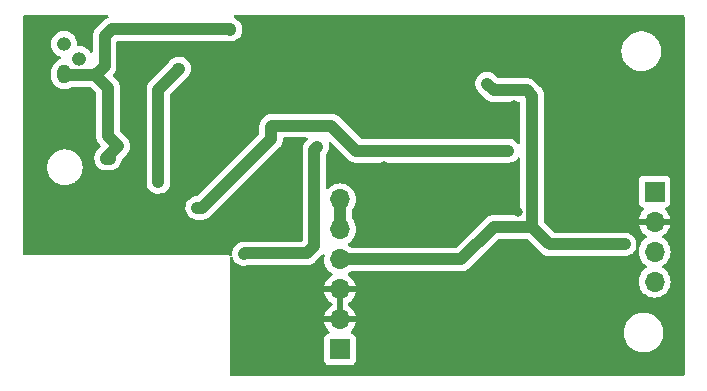
<source format=gbr>
%TF.GenerationSoftware,KiCad,Pcbnew,7.0.8*%
%TF.CreationDate,2025-06-05T10:18:12-04:00*%
%TF.ProjectId,happless,68617070-6c65-4737-932e-6b696361645f,rev?*%
%TF.SameCoordinates,Original*%
%TF.FileFunction,Copper,L2,Bot*%
%TF.FilePolarity,Positive*%
%FSLAX46Y46*%
G04 Gerber Fmt 4.6, Leading zero omitted, Abs format (unit mm)*
G04 Created by KiCad (PCBNEW 7.0.8) date 2025-06-05 10:18:12*
%MOMM*%
%LPD*%
G01*
G04 APERTURE LIST*
%TA.AperFunction,ComponentPad*%
%ADD10O,1.200000X1.600000*%
%TD*%
%TA.AperFunction,ComponentPad*%
%ADD11O,1.200000X1.200000*%
%TD*%
%TA.AperFunction,ComponentPad*%
%ADD12R,1.700000X1.700000*%
%TD*%
%TA.AperFunction,ComponentPad*%
%ADD13O,1.700000X1.700000*%
%TD*%
%TA.AperFunction,ViaPad*%
%ADD14C,0.800000*%
%TD*%
%TA.AperFunction,Conductor*%
%ADD15C,1.000000*%
%TD*%
G04 APERTURE END LIST*
D10*
%TO.P,Q1,1,C*%
%TO.N,VCC*%
X86817200Y-73761600D03*
D11*
%TO.P,Q1,2,B*%
%TO.N,unconnected-(Q1-B-Pad2)*%
X88087200Y-72491600D03*
%TO.P,Q1,3,E*%
%TO.N,Net-(Q1-E)*%
X86817200Y-71221600D03*
%TD*%
D12*
%TO.P,J2,1,Pin_1*%
%TO.N,+5V*%
X110185200Y-97078800D03*
D13*
%TO.P,J2,2,Pin_2*%
%TO.N,GND*%
X110185200Y-94538800D03*
%TO.P,J2,3,Pin_3*%
X110185200Y-91998800D03*
%TO.P,J2,4,Pin_4*%
%TO.N,OPTICAL_SIGNAL*%
X110185200Y-89458800D03*
%TO.P,J2,5,Pin_5*%
%TO.N,TRIGGER_SIGNAL*%
X110185200Y-86918800D03*
%TO.P,J2,6,Pin_6*%
X110185200Y-84378800D03*
%TD*%
D12*
%TO.P,J1,1,Pin_1*%
%TO.N,+5V*%
X136804400Y-83718400D03*
D13*
%TO.P,J1,2,Pin_2*%
%TO.N,GND*%
X136804400Y-86258400D03*
%TO.P,J1,3,Pin_3*%
%TO.N,OPTICAL_SIGNAL*%
X136804400Y-88798400D03*
%TO.P,J1,4,Pin_4*%
%TO.N,TRIGGER_SIGNAL*%
X136804400Y-91338400D03*
%TD*%
D14*
%TO.N,VCC*%
X100888800Y-70104000D03*
X91389200Y-79857600D03*
%TO.N,GND*%
X129286000Y-74879200D03*
X113792000Y-76454000D03*
X124917200Y-76352400D03*
X108000800Y-94335600D03*
X113893600Y-81534000D03*
X109829600Y-72948800D03*
X107950000Y-91998800D03*
X112318800Y-94538800D03*
X95046800Y-71882000D03*
X98196400Y-73304400D03*
X102108000Y-73355200D03*
X99314000Y-76149200D03*
X112217200Y-91998800D03*
X96164400Y-75692000D03*
X114198400Y-72948800D03*
X126949200Y-72948800D03*
X131470400Y-72898000D03*
X125272800Y-85445600D03*
X106121200Y-72898000D03*
%TO.N,Net-(Q2-C)*%
X96469200Y-73355200D03*
X94792800Y-82905600D03*
%TO.N,+5V*%
X102044200Y-89001600D03*
X108254800Y-79908400D03*
%TO.N,OPTICAL_SIGNAL*%
X134366000Y-88239600D03*
X122631200Y-74574400D03*
%TO.N,OPTO_CIRCUIT_OUT*%
X98094800Y-85090000D03*
X104343200Y-78232000D03*
X124409200Y-80264000D03*
%TD*%
D15*
%TO.N,VCC*%
X90017600Y-73304400D02*
X89458800Y-73863200D01*
X100888800Y-70002400D02*
X100838000Y-69951600D01*
X90246200Y-73075800D02*
X90017600Y-73304400D01*
X91389200Y-79857600D02*
X90373200Y-80873600D01*
X100838000Y-69951600D02*
X90881200Y-69951600D01*
X90678000Y-80568800D02*
X91389200Y-79857600D01*
X90525600Y-74930000D02*
X89458800Y-73863200D01*
X90373200Y-80873600D02*
X90373200Y-80924400D01*
X86918800Y-73863200D02*
X86817200Y-73761600D01*
X91389200Y-79857600D02*
X90525600Y-78994000D01*
X90525600Y-78994000D02*
X90525600Y-74930000D01*
X90246200Y-70586600D02*
X90246200Y-73075800D01*
X90678000Y-80924400D02*
X90678000Y-80568800D01*
X90881200Y-69951600D02*
X90246200Y-70586600D01*
X89458800Y-73863200D02*
X86918800Y-73863200D01*
%TO.N,Net-(Q2-C)*%
X96469200Y-73355200D02*
X96520000Y-73355200D01*
X96520000Y-73355200D02*
X96570800Y-73304400D01*
X94792800Y-75082400D02*
X96469200Y-73406000D01*
X94792800Y-82905600D02*
X94792800Y-75082400D01*
X96469200Y-73406000D02*
X96469200Y-73355200D01*
%TO.N,+5V*%
X107340400Y-88950800D02*
X108000800Y-88290400D01*
X108000800Y-88290400D02*
X108000800Y-80162400D01*
X102044200Y-89001600D02*
X102095000Y-88950800D01*
X102095000Y-88950800D02*
X107340400Y-88950800D01*
X108000800Y-80162400D02*
X108254800Y-79908400D01*
%TO.N,OPTICAL_SIGNAL*%
X126441200Y-86715600D02*
X127762000Y-88036400D01*
X127762000Y-88036400D02*
X127914400Y-88188800D01*
X127914400Y-88188800D02*
X134264400Y-88188800D01*
X110185200Y-89458800D02*
X120446800Y-89458800D01*
X123190000Y-75133200D02*
X125984000Y-75133200D01*
X123190000Y-86715600D02*
X126441200Y-86715600D01*
X125984000Y-75133200D02*
X126441200Y-75590400D01*
X120446800Y-89458800D02*
X123190000Y-86715600D01*
X122631200Y-74574400D02*
X123190000Y-75133200D01*
X126441200Y-79298800D02*
X126441200Y-86715600D01*
X126441200Y-75590400D02*
X126441200Y-79298800D01*
%TO.N,TRIGGER_SIGNAL*%
X110185200Y-86918800D02*
X110185200Y-84378800D01*
%TO.N,OPTO_CIRCUIT_OUT*%
X98501200Y-85090000D02*
X104343200Y-79248000D01*
X111556800Y-80264000D02*
X124409200Y-80264000D01*
X104444800Y-78130400D02*
X109423200Y-78130400D01*
X104343200Y-78232000D02*
X104444800Y-78130400D01*
X104343200Y-79248000D02*
X104343200Y-78232000D01*
X109423200Y-78130400D02*
X111556800Y-80264000D01*
X98094800Y-85090000D02*
X98501200Y-85090000D01*
%TD*%
%TA.AperFunction,Conductor*%
%TO.N,GND*%
G36*
X90519081Y-68803385D02*
G01*
X90564836Y-68856189D01*
X90574780Y-68925347D01*
X90545755Y-68988903D01*
X90489166Y-69026012D01*
X90484616Y-69027439D01*
X90484612Y-69027441D01*
X90454585Y-69044106D01*
X90447493Y-69047474D01*
X90415583Y-69060221D01*
X90364354Y-69093983D01*
X90360326Y-69096424D01*
X90306702Y-69126188D01*
X90306699Y-69126190D01*
X90280627Y-69148570D01*
X90274360Y-69153295D01*
X90245682Y-69172198D01*
X90245675Y-69172203D01*
X90202316Y-69215562D01*
X90198861Y-69218764D01*
X90152306Y-69258732D01*
X90152305Y-69258733D01*
X90131276Y-69285900D01*
X90126084Y-69291794D01*
X89547732Y-69870146D01*
X89483146Y-69931542D01*
X89448099Y-69981894D01*
X89445262Y-69985656D01*
X89406502Y-70033192D01*
X89406499Y-70033197D01*
X89390592Y-70063647D01*
X89386524Y-70070361D01*
X89366902Y-70098554D01*
X89342709Y-70154930D01*
X89340688Y-70159184D01*
X89312291Y-70213551D01*
X89312290Y-70213552D01*
X89302840Y-70246575D01*
X89300207Y-70253971D01*
X89286659Y-70285543D01*
X89274313Y-70345619D01*
X89273190Y-70350195D01*
X89256313Y-70409177D01*
X89256313Y-70409179D01*
X89253703Y-70443441D01*
X89252614Y-70451208D01*
X89247311Y-70477018D01*
X89245700Y-70484858D01*
X89245700Y-70546197D01*
X89245521Y-70550906D01*
X89240862Y-70612074D01*
X89242907Y-70628127D01*
X89245203Y-70646160D01*
X89245700Y-70653988D01*
X89245700Y-71829586D01*
X89226015Y-71896625D01*
X89173211Y-71942380D01*
X89104053Y-71952324D01*
X89040497Y-71923299D01*
X89022746Y-71904313D01*
X88903962Y-71747019D01*
X88753241Y-71609619D01*
X88753239Y-71609617D01*
X88579842Y-71502255D01*
X88579835Y-71502251D01*
X88442335Y-71448984D01*
X88389656Y-71428576D01*
X88189176Y-71391100D01*
X88042730Y-71391100D01*
X87975691Y-71371415D01*
X87929936Y-71318611D01*
X87919259Y-71255659D01*
X87922415Y-71221600D01*
X87922415Y-71221599D01*
X87903597Y-71018517D01*
X87847782Y-70822350D01*
X87843121Y-70812990D01*
X87775197Y-70676579D01*
X87756873Y-70639779D01*
X87633964Y-70477021D01*
X87633962Y-70477018D01*
X87483241Y-70339619D01*
X87483239Y-70339617D01*
X87309842Y-70232255D01*
X87309835Y-70232251D01*
X87190606Y-70186062D01*
X87119656Y-70158576D01*
X86919176Y-70121100D01*
X86715224Y-70121100D01*
X86514744Y-70158576D01*
X86514741Y-70158576D01*
X86514741Y-70158577D01*
X86324564Y-70232251D01*
X86324557Y-70232255D01*
X86151160Y-70339617D01*
X86151158Y-70339619D01*
X86000437Y-70477018D01*
X85877527Y-70639778D01*
X85786622Y-70822339D01*
X85786617Y-70822352D01*
X85730802Y-71018517D01*
X85711985Y-71221599D01*
X85711985Y-71221600D01*
X85730802Y-71424682D01*
X85786617Y-71620847D01*
X85786622Y-71620860D01*
X85877527Y-71803421D01*
X86000437Y-71966181D01*
X86151158Y-72103580D01*
X86151160Y-72103582D01*
X86250341Y-72164992D01*
X86324563Y-72210948D01*
X86491843Y-72275752D01*
X86547244Y-72318325D01*
X86570835Y-72384092D01*
X86555124Y-72452172D01*
X86505100Y-72500951D01*
X86476285Y-72511883D01*
X86455627Y-72516894D01*
X86455617Y-72516898D01*
X86264456Y-72604198D01*
X86264451Y-72604201D01*
X86093246Y-72726115D01*
X86093240Y-72726120D01*
X85948214Y-72878220D01*
X85834588Y-73055025D01*
X85756474Y-73250144D01*
X85717933Y-73450117D01*
X85716700Y-73456515D01*
X85716700Y-74014025D01*
X85731672Y-74170818D01*
X85754231Y-74247648D01*
X85785898Y-74355496D01*
X85790884Y-74372475D01*
X85856594Y-74499936D01*
X85887191Y-74559286D01*
X86017105Y-74724483D01*
X86017109Y-74724487D01*
X86175946Y-74862121D01*
X86357950Y-74967201D01*
X86357952Y-74967201D01*
X86357956Y-74967204D01*
X86556567Y-75035944D01*
X86764598Y-75065854D01*
X86974530Y-75055854D01*
X87178776Y-75006304D01*
X87291383Y-74954878D01*
X87369943Y-74919001D01*
X87369947Y-74918998D01*
X87369953Y-74918996D01*
X87396603Y-74900019D01*
X87415319Y-74886692D01*
X87481346Y-74863840D01*
X87487245Y-74863700D01*
X88993017Y-74863700D01*
X89060056Y-74883385D01*
X89080698Y-74900019D01*
X89488781Y-75308101D01*
X89522266Y-75369424D01*
X89525100Y-75395782D01*
X89525100Y-78981283D01*
X89522843Y-79070362D01*
X89522843Y-79070370D01*
X89533664Y-79130739D01*
X89534318Y-79135404D01*
X89540525Y-79196430D01*
X89540527Y-79196444D01*
X89550808Y-79229213D01*
X89552679Y-79236837D01*
X89558742Y-79270652D01*
X89558742Y-79270655D01*
X89581494Y-79327612D01*
X89583074Y-79332051D01*
X89601441Y-79390588D01*
X89601444Y-79390595D01*
X89618109Y-79420619D01*
X89621479Y-79427714D01*
X89634222Y-79459614D01*
X89634227Y-79459624D01*
X89653277Y-79488528D01*
X89665675Y-79507341D01*
X89667977Y-79510833D01*
X89670418Y-79514863D01*
X89700188Y-79568498D01*
X89700189Y-79568499D01*
X89700191Y-79568502D01*
X89722568Y-79594567D01*
X89727293Y-79600835D01*
X89746199Y-79629520D01*
X89746200Y-79629522D01*
X89789565Y-79672887D01*
X89792768Y-79676343D01*
X89832733Y-79722894D01*
X89859899Y-79743923D01*
X89865786Y-79749107D01*
X89880916Y-79764237D01*
X89886597Y-79769918D01*
X89920082Y-79831241D01*
X89915098Y-79900933D01*
X89886598Y-79945280D01*
X89674731Y-80157148D01*
X89610149Y-80218538D01*
X89610146Y-80218542D01*
X89575099Y-80268894D01*
X89572262Y-80272656D01*
X89533502Y-80320192D01*
X89533499Y-80320197D01*
X89517592Y-80350647D01*
X89513524Y-80357361D01*
X89493902Y-80385554D01*
X89469709Y-80441930D01*
X89467688Y-80446184D01*
X89439291Y-80500551D01*
X89439290Y-80500552D01*
X89429840Y-80533575D01*
X89427207Y-80540971D01*
X89413659Y-80572543D01*
X89401313Y-80632619D01*
X89400190Y-80637195D01*
X89383313Y-80696177D01*
X89383313Y-80696179D01*
X89380703Y-80730441D01*
X89379614Y-80738208D01*
X89374180Y-80764652D01*
X89372700Y-80771858D01*
X89372700Y-80833197D01*
X89372521Y-80837906D01*
X89367862Y-80899074D01*
X89368529Y-80904306D01*
X89372203Y-80933160D01*
X89372700Y-80940988D01*
X89372700Y-80975143D01*
X89388125Y-81126839D01*
X89449037Y-81320979D01*
X89449044Y-81320994D01*
X89547789Y-81498899D01*
X89547792Y-81498904D01*
X89680332Y-81653293D01*
X89680334Y-81653295D01*
X89841237Y-81777845D01*
X89841238Y-81777845D01*
X89841242Y-81777848D01*
X90023929Y-81867460D01*
X90220915Y-81918463D01*
X90424136Y-81928769D01*
X90489789Y-81918711D01*
X90519405Y-81918712D01*
X90519434Y-81918144D01*
X90525712Y-81918462D01*
X90525715Y-81918463D01*
X90728936Y-81928769D01*
X90930071Y-81897956D01*
X91120887Y-81827286D01*
X91293571Y-81719652D01*
X91441053Y-81579459D01*
X91557295Y-81412449D01*
X91637540Y-81225458D01*
X91678500Y-81026141D01*
X91678500Y-81026135D01*
X91678891Y-81022290D01*
X91679699Y-81020306D01*
X91679766Y-81019981D01*
X91679826Y-81019993D01*
X91705253Y-80957584D01*
X91714567Y-80947153D01*
X92077640Y-80584079D01*
X92079866Y-80581962D01*
X92135413Y-80531779D01*
X92179698Y-80471468D01*
X92181578Y-80469038D01*
X92228898Y-80411007D01*
X92236358Y-80396723D01*
X92246318Y-80380743D01*
X92255849Y-80367767D01*
X92287094Y-80299762D01*
X92288471Y-80296958D01*
X92323109Y-80230649D01*
X92327539Y-80215163D01*
X92334082Y-80197500D01*
X92338505Y-80187874D01*
X92340805Y-80182869D01*
X92357721Y-80109969D01*
X92358496Y-80106977D01*
X92379087Y-80035018D01*
X92380309Y-80018952D01*
X92383160Y-80000349D01*
X92386803Y-79984654D01*
X92388698Y-79909847D01*
X92388857Y-79906711D01*
X92390668Y-79882924D01*
X92394537Y-79832123D01*
X92394237Y-79829771D01*
X92392503Y-79816156D01*
X92391548Y-79797342D01*
X92391957Y-79781237D01*
X92383666Y-79734984D01*
X92378758Y-79707599D01*
X92378282Y-79704492D01*
X92375122Y-79679681D01*
X92368830Y-79630272D01*
X92363618Y-79615027D01*
X92358898Y-79596798D01*
X92356058Y-79580947D01*
X92328288Y-79511426D01*
X92327224Y-79508553D01*
X92303016Y-79437728D01*
X92294845Y-79423847D01*
X92286555Y-79406946D01*
X92280578Y-79391983D01*
X92275781Y-79384705D01*
X92239417Y-79329528D01*
X92237755Y-79326862D01*
X92199791Y-79262373D01*
X92199789Y-79262371D01*
X92188990Y-79250418D01*
X92177460Y-79235523D01*
X92168602Y-79222082D01*
X92142950Y-79196430D01*
X92115703Y-79169183D01*
X92113559Y-79166927D01*
X92063380Y-79111386D01*
X92050390Y-79101848D01*
X92036101Y-79089581D01*
X91562419Y-78615899D01*
X91528934Y-78554576D01*
X91526100Y-78528218D01*
X91526100Y-75107874D01*
X93787462Y-75107874D01*
X93789507Y-75123927D01*
X93791803Y-75141960D01*
X93792300Y-75149788D01*
X93792300Y-82956343D01*
X93807725Y-83108039D01*
X93868637Y-83302179D01*
X93868644Y-83302194D01*
X93967389Y-83480099D01*
X93967392Y-83480104D01*
X94099932Y-83634493D01*
X94099934Y-83634495D01*
X94260837Y-83759045D01*
X94260838Y-83759045D01*
X94260842Y-83759048D01*
X94443529Y-83848660D01*
X94640515Y-83899663D01*
X94843736Y-83909969D01*
X95044871Y-83879156D01*
X95235687Y-83808486D01*
X95408371Y-83700852D01*
X95555853Y-83560659D01*
X95672095Y-83393649D01*
X95752340Y-83206658D01*
X95793300Y-83007341D01*
X95793300Y-75548183D01*
X95812985Y-75481144D01*
X95829619Y-75460502D01*
X97167687Y-74122433D01*
X97177595Y-74113015D01*
X97217074Y-74075486D01*
X97219383Y-74073400D01*
X97248895Y-74048066D01*
X97269923Y-74020898D01*
X97275109Y-74015009D01*
X97314140Y-73975980D01*
X97410498Y-73857807D01*
X97504709Y-73677449D01*
X97560687Y-73481818D01*
X97573604Y-73312187D01*
X97576137Y-73278925D01*
X97576137Y-73278922D01*
X97550431Y-73077078D01*
X97550430Y-73077076D01*
X97550430Y-73077072D01*
X97484616Y-72884528D01*
X97462043Y-72846183D01*
X97381393Y-72709178D01*
X97381392Y-72709177D01*
X97381390Y-72709173D01*
X97244979Y-72558187D01*
X97235758Y-72551416D01*
X97080971Y-72437753D01*
X97080964Y-72437749D01*
X96896074Y-72352797D01*
X96896061Y-72352792D01*
X96697854Y-72306797D01*
X96494442Y-72301642D01*
X96294151Y-72337540D01*
X96294145Y-72337542D01*
X96105180Y-72413024D01*
X96096800Y-72418546D01*
X96077485Y-72428949D01*
X96072615Y-72431039D01*
X96058524Y-72438860D01*
X96041419Y-72446719D01*
X96026315Y-72452313D01*
X96026308Y-72452316D01*
X95962826Y-72491885D01*
X95960119Y-72493478D01*
X95894706Y-72529785D01*
X95894699Y-72529790D01*
X95882478Y-72540281D01*
X95867314Y-72551416D01*
X95853630Y-72559946D01*
X95853627Y-72559949D01*
X95799400Y-72611495D01*
X95797070Y-72613600D01*
X95740308Y-72662329D01*
X95740302Y-72662336D01*
X95730443Y-72675072D01*
X95717831Y-72689032D01*
X95706149Y-72700138D01*
X95706148Y-72700139D01*
X95663415Y-72761535D01*
X95661556Y-72764065D01*
X95615751Y-72823242D01*
X95608653Y-72837712D01*
X95599104Y-72853933D01*
X95588825Y-72868702D01*
X95574730Y-72885548D01*
X94094332Y-74365946D01*
X94029746Y-74427342D01*
X93994699Y-74477694D01*
X93991862Y-74481456D01*
X93953102Y-74528992D01*
X93953099Y-74528997D01*
X93937192Y-74559447D01*
X93933124Y-74566161D01*
X93913502Y-74594354D01*
X93889309Y-74650730D01*
X93887288Y-74654984D01*
X93858891Y-74709351D01*
X93858890Y-74709352D01*
X93849440Y-74742375D01*
X93846807Y-74749771D01*
X93833259Y-74781343D01*
X93820913Y-74841419D01*
X93819790Y-74845995D01*
X93802913Y-74904977D01*
X93802913Y-74904979D01*
X93800303Y-74939241D01*
X93799214Y-74947008D01*
X93795065Y-74967204D01*
X93792300Y-74980658D01*
X93792300Y-75041997D01*
X93792121Y-75046706D01*
X93787462Y-75107874D01*
X91526100Y-75107874D01*
X91526100Y-74942683D01*
X91528357Y-74853642D01*
X91528356Y-74853641D01*
X91528357Y-74853637D01*
X91517533Y-74793249D01*
X91516880Y-74788587D01*
X91510674Y-74727563D01*
X91509709Y-74724487D01*
X91500384Y-74694768D01*
X91498517Y-74687155D01*
X91492458Y-74653347D01*
X91492457Y-74653345D01*
X91491412Y-74650730D01*
X91469700Y-74596374D01*
X91468121Y-74591938D01*
X91459019Y-74562928D01*
X91449759Y-74533412D01*
X91449758Y-74533410D01*
X91449757Y-74533407D01*
X91433088Y-74503378D01*
X91429717Y-74496278D01*
X91423796Y-74481456D01*
X91416977Y-74464383D01*
X91383220Y-74413163D01*
X91380780Y-74409134D01*
X91360430Y-74372472D01*
X91351009Y-74355498D01*
X91351007Y-74355495D01*
X91328633Y-74329434D01*
X91323902Y-74323159D01*
X91305002Y-74294481D01*
X91261612Y-74251091D01*
X91258422Y-74247648D01*
X91218467Y-74201106D01*
X91218463Y-74201102D01*
X91191298Y-74180074D01*
X91185403Y-74174882D01*
X90961853Y-73951332D01*
X90928368Y-73890009D01*
X90933352Y-73820317D01*
X90964102Y-73773777D01*
X91009253Y-73730859D01*
X91044299Y-73680506D01*
X91047138Y-73676741D01*
X91050812Y-73672235D01*
X91085898Y-73629207D01*
X91101801Y-73598760D01*
X91105874Y-73592039D01*
X91111113Y-73584512D01*
X91125495Y-73563849D01*
X91149692Y-73507460D01*
X91151698Y-73503235D01*
X91180109Y-73448849D01*
X91189557Y-73415822D01*
X91192188Y-73408433D01*
X91205740Y-73376858D01*
X91218095Y-73316730D01*
X91219199Y-73312229D01*
X91236086Y-73253218D01*
X91238694Y-73218957D01*
X91239785Y-73211189D01*
X91246700Y-73177543D01*
X91246700Y-73116198D01*
X91246879Y-73111488D01*
X91251537Y-73050324D01*
X91247197Y-73016242D01*
X91246700Y-73008403D01*
X91246700Y-71831204D01*
X134005202Y-71831204D01*
X134023967Y-72081619D01*
X134077994Y-72318325D01*
X134079848Y-72326447D01*
X134129192Y-72452172D01*
X134171594Y-72560211D01*
X134171593Y-72560211D01*
X134230556Y-72662336D01*
X134297155Y-72777689D01*
X134423617Y-72936267D01*
X134453731Y-72974029D01*
X134606954Y-73116198D01*
X134637814Y-73144832D01*
X134845301Y-73286294D01*
X134845306Y-73286296D01*
X134845307Y-73286297D01*
X134845308Y-73286298D01*
X134965470Y-73344164D01*
X135071555Y-73395252D01*
X135112549Y-73407897D01*
X135115203Y-73408783D01*
X135118375Y-73409922D01*
X135118389Y-73409929D01*
X135121784Y-73410862D01*
X135125243Y-73411813D01*
X135311523Y-73469273D01*
X135334326Y-73472709D01*
X135358411Y-73476339D01*
X135365595Y-73477862D01*
X135366026Y-73477981D01*
X135366031Y-73477981D01*
X135366033Y-73477982D01*
X135369625Y-73478396D01*
X135380010Y-73479595D01*
X135559839Y-73506700D01*
X135611219Y-73506700D01*
X135618333Y-73507108D01*
X135621149Y-73507434D01*
X135639400Y-73506734D01*
X135640299Y-73506700D01*
X135810961Y-73506700D01*
X135865767Y-73498439D01*
X135872617Y-73497794D01*
X135877777Y-73497597D01*
X135900152Y-73493256D01*
X136059279Y-73469272D01*
X136116133Y-73451734D01*
X136122592Y-73450117D01*
X136129897Y-73448701D01*
X136152537Y-73440569D01*
X136155060Y-73439727D01*
X136299245Y-73395252D01*
X136356598Y-73367632D01*
X136362508Y-73365156D01*
X136371598Y-73361892D01*
X136394139Y-73349634D01*
X136396777Y-73348282D01*
X136525499Y-73286294D01*
X136581555Y-73248075D01*
X136586846Y-73244844D01*
X136597215Y-73239206D01*
X136618373Y-73223077D01*
X136620988Y-73221190D01*
X136732986Y-73144832D01*
X136785884Y-73095749D01*
X136790423Y-73091929D01*
X136801460Y-73083517D01*
X136820233Y-73064010D01*
X136822689Y-73061599D01*
X136917072Y-72974025D01*
X136964772Y-72914210D01*
X136968565Y-72909883D01*
X136979546Y-72898474D01*
X136995119Y-72876333D01*
X136997307Y-72873413D01*
X137073645Y-72777689D01*
X137114157Y-72707520D01*
X137117091Y-72702926D01*
X137127298Y-72688416D01*
X137139144Y-72664489D01*
X137140986Y-72661050D01*
X137199206Y-72560211D01*
X137200001Y-72558187D01*
X137211147Y-72529785D01*
X137230478Y-72480529D01*
X137232603Y-72475732D01*
X137241252Y-72458265D01*
X137249100Y-72433464D01*
X137250482Y-72429561D01*
X137290952Y-72326447D01*
X137311047Y-72238401D01*
X137312367Y-72233552D01*
X137318740Y-72213416D01*
X137322574Y-72188590D01*
X137323386Y-72184342D01*
X137346832Y-72081621D01*
X137353944Y-71986704D01*
X137354486Y-71981978D01*
X137357942Y-71959609D01*
X137358584Y-71926067D01*
X137358743Y-71922666D01*
X137365598Y-71831200D01*
X137358744Y-71739738D01*
X137358584Y-71736330D01*
X137357942Y-71702791D01*
X137354488Y-71680433D01*
X137353942Y-71675670D01*
X137346832Y-71580779D01*
X137323392Y-71478084D01*
X137322567Y-71473763D01*
X137318740Y-71448984D01*
X137312371Y-71428859D01*
X137311040Y-71423965D01*
X137299046Y-71371415D01*
X137290955Y-71335963D01*
X137290953Y-71335957D01*
X137290952Y-71335953D01*
X137250482Y-71232838D01*
X137249101Y-71228937D01*
X137241252Y-71204135D01*
X137232607Y-71186676D01*
X137230473Y-71181856D01*
X137199206Y-71102189D01*
X137140991Y-71001358D01*
X137139134Y-70997889D01*
X137137691Y-70994974D01*
X137127298Y-70973984D01*
X137125872Y-70971957D01*
X137117110Y-70959500D01*
X137114126Y-70954826D01*
X137073646Y-70884713D01*
X137073645Y-70884711D01*
X137016452Y-70812993D01*
X136997336Y-70789022D01*
X136995098Y-70786035D01*
X136979549Y-70763930D01*
X136979538Y-70763917D01*
X136968567Y-70752517D01*
X136964765Y-70748179D01*
X136940759Y-70718078D01*
X136917072Y-70688375D01*
X136822705Y-70600815D01*
X136820218Y-70598374D01*
X136801460Y-70578883D01*
X136790440Y-70570483D01*
X136785857Y-70566625D01*
X136732986Y-70517567D01*
X136621015Y-70441226D01*
X136618355Y-70439308D01*
X136597212Y-70423192D01*
X136586854Y-70417559D01*
X136581546Y-70414318D01*
X136525499Y-70376106D01*
X136396806Y-70314130D01*
X136394100Y-70312744D01*
X136382539Y-70306457D01*
X136371595Y-70300506D01*
X136362519Y-70297247D01*
X136356570Y-70294754D01*
X136299250Y-70267150D01*
X136299247Y-70267149D01*
X136299245Y-70267148D01*
X136244807Y-70250356D01*
X136155142Y-70222697D01*
X136152461Y-70221803D01*
X136129904Y-70213701D01*
X136129899Y-70213700D01*
X136129897Y-70213699D01*
X136129887Y-70213697D01*
X136122582Y-70212279D01*
X136116118Y-70210660D01*
X136059288Y-70193130D01*
X136059284Y-70193129D01*
X136059280Y-70193128D01*
X136059279Y-70193128D01*
X136001499Y-70184419D01*
X135900173Y-70169146D01*
X135877776Y-70164802D01*
X135877777Y-70164802D01*
X135872605Y-70164604D01*
X135865745Y-70163957D01*
X135810969Y-70155700D01*
X135810961Y-70155700D01*
X135640299Y-70155700D01*
X135621147Y-70154965D01*
X135618334Y-70155291D01*
X135611219Y-70155700D01*
X135559831Y-70155700D01*
X135380017Y-70182803D01*
X135366022Y-70184419D01*
X135366010Y-70184421D01*
X135365564Y-70184544D01*
X135358397Y-70186062D01*
X135311514Y-70193129D01*
X135125235Y-70250589D01*
X135118377Y-70252474D01*
X135115163Y-70253628D01*
X135112489Y-70254521D01*
X135071553Y-70267148D01*
X134845308Y-70376101D01*
X134845307Y-70376102D01*
X134637813Y-70517568D01*
X134453731Y-70688370D01*
X134297155Y-70884711D01*
X134171594Y-71102188D01*
X134120309Y-71232860D01*
X134079849Y-71335952D01*
X134079845Y-71335964D01*
X134023967Y-71580780D01*
X134005202Y-71831195D01*
X134005202Y-71831204D01*
X91246700Y-71831204D01*
X91246700Y-71076100D01*
X91266385Y-71009061D01*
X91319189Y-70963306D01*
X91370700Y-70952100D01*
X100553342Y-70952100D01*
X100603774Y-70962819D01*
X100608996Y-70965144D01*
X100608999Y-70965145D01*
X100636167Y-70970919D01*
X100640316Y-70971951D01*
X100711382Y-70992287D01*
X100746699Y-70994975D01*
X100754865Y-70996148D01*
X100794154Y-71004500D01*
X100869410Y-71004500D01*
X100874115Y-71004678D01*
X100895737Y-71006325D01*
X100914274Y-71007737D01*
X100914274Y-71007736D01*
X100914276Y-71007737D01*
X100935797Y-71004996D01*
X100943626Y-71004500D01*
X100983445Y-71004500D01*
X100983446Y-71004500D01*
X101046339Y-70991131D01*
X101051389Y-70990275D01*
X101075469Y-70987207D01*
X101116128Y-70982030D01*
X101156954Y-70968074D01*
X101164123Y-70966096D01*
X101168598Y-70965145D01*
X101168597Y-70965145D01*
X101168603Y-70965144D01*
X101176235Y-70961745D01*
X101181374Y-70959727D01*
X101308672Y-70916216D01*
X101484027Y-70812990D01*
X101635013Y-70676579D01*
X101755449Y-70512567D01*
X101840405Y-70327668D01*
X101843869Y-70312744D01*
X101886402Y-70129454D01*
X101891557Y-69926042D01*
X101891556Y-69926041D01*
X101891557Y-69926037D01*
X101855658Y-69725747D01*
X101780177Y-69536783D01*
X101780172Y-69536776D01*
X101780170Y-69536771D01*
X101668204Y-69366883D01*
X101554446Y-69253126D01*
X101493061Y-69188549D01*
X101493060Y-69188548D01*
X101442709Y-69153502D01*
X101438944Y-69150664D01*
X101391408Y-69111902D01*
X101391406Y-69111900D01*
X101360959Y-69095997D01*
X101354251Y-69091934D01*
X101326049Y-69072305D01*
X101326046Y-69072303D01*
X101326045Y-69072303D01*
X101326041Y-69072301D01*
X101269680Y-69048114D01*
X101265424Y-69046093D01*
X101210893Y-69017609D01*
X101160585Y-68969124D01*
X101144477Y-68901136D01*
X101167683Y-68835233D01*
X101222834Y-68792337D01*
X101268303Y-68783700D01*
X139219900Y-68783700D01*
X139286939Y-68803385D01*
X139332694Y-68856189D01*
X139343900Y-68907700D01*
X139343900Y-99189500D01*
X139324215Y-99256539D01*
X139271411Y-99302294D01*
X139219900Y-99313500D01*
X100962500Y-99313500D01*
X100895461Y-99293815D01*
X100849706Y-99241011D01*
X100838500Y-99189500D01*
X100838500Y-89313693D01*
X100858185Y-89246654D01*
X100910989Y-89200899D01*
X100980147Y-89190955D01*
X101043703Y-89219980D01*
X101079835Y-89273587D01*
X101130382Y-89421467D01*
X101130389Y-89421482D01*
X101233606Y-89596821D01*
X101233610Y-89596827D01*
X101370021Y-89747813D01*
X101378219Y-89753833D01*
X101534028Y-89868246D01*
X101534035Y-89868250D01*
X101714785Y-89951300D01*
X101718932Y-89953205D01*
X101777623Y-89966825D01*
X101917145Y-89999203D01*
X102120558Y-90004357D01*
X102120558Y-90004356D01*
X102120563Y-90004357D01*
X102300053Y-89972186D01*
X102320848Y-89968459D01*
X102320848Y-89968458D01*
X102320853Y-89968458D01*
X102341660Y-89960146D01*
X102387657Y-89951300D01*
X107327684Y-89951300D01*
X107416758Y-89953557D01*
X107416758Y-89953556D01*
X107416763Y-89953557D01*
X107477153Y-89942732D01*
X107481812Y-89942080D01*
X107524007Y-89937788D01*
X107542838Y-89935874D01*
X107575627Y-89925586D01*
X107583240Y-89923718D01*
X107617053Y-89917658D01*
X107674021Y-89894901D01*
X107678453Y-89893324D01*
X107736988Y-89874959D01*
X107767027Y-89858284D01*
X107774108Y-89854922D01*
X107806017Y-89842177D01*
X107857254Y-89808408D01*
X107861251Y-89805987D01*
X107914902Y-89776209D01*
X107940968Y-89753830D01*
X107947243Y-89749100D01*
X107949196Y-89747813D01*
X107975919Y-89730202D01*
X108019317Y-89686802D01*
X108022736Y-89683634D01*
X108069295Y-89643666D01*
X108090331Y-89616488D01*
X108095501Y-89610618D01*
X108657389Y-89048730D01*
X108718710Y-89015247D01*
X108788402Y-89020231D01*
X108844335Y-89062103D01*
X108868752Y-89127567D01*
X108864843Y-89168505D01*
X108850139Y-89223383D01*
X108850136Y-89223396D01*
X108829541Y-89458799D01*
X108829541Y-89458800D01*
X108850136Y-89694203D01*
X108850138Y-89694213D01*
X108911294Y-89922455D01*
X108911296Y-89922459D01*
X108911297Y-89922463D01*
X108939780Y-89983545D01*
X109011165Y-90136630D01*
X109011167Y-90136634D01*
X109095519Y-90257100D01*
X109137055Y-90316420D01*
X109146701Y-90330195D01*
X109146706Y-90330202D01*
X109313797Y-90497293D01*
X109313803Y-90497298D01*
X109499794Y-90627530D01*
X109543419Y-90682107D01*
X109550613Y-90751605D01*
X109519090Y-90813960D01*
X109499795Y-90830680D01*
X109314122Y-90960690D01*
X109314120Y-90960691D01*
X109147091Y-91127720D01*
X109147086Y-91127726D01*
X109011600Y-91321220D01*
X109011599Y-91321222D01*
X108911770Y-91535307D01*
X108911767Y-91535313D01*
X108854564Y-91748799D01*
X108854564Y-91748800D01*
X109751514Y-91748800D01*
X109725707Y-91788956D01*
X109685200Y-91926911D01*
X109685200Y-92070689D01*
X109725707Y-92208644D01*
X109751514Y-92248800D01*
X108854564Y-92248800D01*
X108911767Y-92462286D01*
X108911770Y-92462292D01*
X109011599Y-92676378D01*
X109147094Y-92869882D01*
X109314117Y-93036905D01*
X109500231Y-93167225D01*
X109543856Y-93221803D01*
X109551048Y-93291301D01*
X109519526Y-93353656D01*
X109500231Y-93370375D01*
X109314122Y-93500690D01*
X109314120Y-93500691D01*
X109147091Y-93667720D01*
X109147086Y-93667726D01*
X109011600Y-93861220D01*
X109011599Y-93861222D01*
X108911770Y-94075307D01*
X108911767Y-94075313D01*
X108854564Y-94288799D01*
X108854564Y-94288800D01*
X109751514Y-94288800D01*
X109725707Y-94328956D01*
X109685200Y-94466911D01*
X109685200Y-94610689D01*
X109725707Y-94748644D01*
X109751514Y-94788800D01*
X108854564Y-94788800D01*
X108911767Y-95002286D01*
X108911770Y-95002292D01*
X109011599Y-95216378D01*
X109147094Y-95409882D01*
X109269146Y-95531934D01*
X109302631Y-95593257D01*
X109297647Y-95662949D01*
X109255775Y-95718882D01*
X109224798Y-95735797D01*
X109092871Y-95785002D01*
X109092864Y-95785006D01*
X108977655Y-95871252D01*
X108977652Y-95871255D01*
X108891406Y-95986464D01*
X108891402Y-95986471D01*
X108841108Y-96121317D01*
X108834701Y-96180916D01*
X108834701Y-96180923D01*
X108834700Y-96180935D01*
X108834700Y-97976670D01*
X108834701Y-97976676D01*
X108841108Y-98036283D01*
X108891402Y-98171128D01*
X108891406Y-98171135D01*
X108977652Y-98286344D01*
X108977655Y-98286347D01*
X109092864Y-98372593D01*
X109092871Y-98372597D01*
X109227717Y-98422891D01*
X109227716Y-98422891D01*
X109234644Y-98423635D01*
X109287327Y-98429300D01*
X111083072Y-98429299D01*
X111142683Y-98422891D01*
X111277531Y-98372596D01*
X111392746Y-98286346D01*
X111478996Y-98171131D01*
X111529291Y-98036283D01*
X111535700Y-97976673D01*
X111535699Y-96180928D01*
X111529291Y-96121317D01*
X111507333Y-96062445D01*
X111478997Y-95986471D01*
X111478993Y-95986464D01*
X111392747Y-95871255D01*
X111392744Y-95871252D01*
X111277535Y-95785006D01*
X111277528Y-95785002D01*
X111145601Y-95735797D01*
X111089667Y-95693926D01*
X111075224Y-95655204D01*
X134196602Y-95655204D01*
X134215367Y-95905619D01*
X134239783Y-96012590D01*
X134271248Y-96150447D01*
X134271250Y-96150452D01*
X134362994Y-96384211D01*
X134362993Y-96384211D01*
X134421198Y-96485023D01*
X134488555Y-96601689D01*
X134615017Y-96760267D01*
X134645131Y-96798029D01*
X134763132Y-96907517D01*
X134829214Y-96968832D01*
X135036701Y-97110294D01*
X135036706Y-97110296D01*
X135036707Y-97110297D01*
X135036708Y-97110298D01*
X135156870Y-97168164D01*
X135262955Y-97219252D01*
X135303949Y-97231897D01*
X135306603Y-97232783D01*
X135309775Y-97233922D01*
X135309789Y-97233929D01*
X135313184Y-97234862D01*
X135316643Y-97235813D01*
X135502923Y-97293273D01*
X135525726Y-97296709D01*
X135549811Y-97300339D01*
X135556995Y-97301862D01*
X135557426Y-97301981D01*
X135557431Y-97301981D01*
X135557433Y-97301982D01*
X135561025Y-97302396D01*
X135571410Y-97303595D01*
X135751239Y-97330700D01*
X135802619Y-97330700D01*
X135809733Y-97331108D01*
X135812549Y-97331434D01*
X135830800Y-97330734D01*
X135831699Y-97330700D01*
X136002361Y-97330700D01*
X136057167Y-97322439D01*
X136064017Y-97321794D01*
X136069177Y-97321597D01*
X136091552Y-97317256D01*
X136250679Y-97293272D01*
X136307533Y-97275734D01*
X136313992Y-97274117D01*
X136321297Y-97272701D01*
X136343937Y-97264569D01*
X136346460Y-97263727D01*
X136490645Y-97219252D01*
X136547998Y-97191632D01*
X136553908Y-97189156D01*
X136562998Y-97185892D01*
X136585539Y-97173634D01*
X136588177Y-97172282D01*
X136716899Y-97110294D01*
X136772955Y-97072075D01*
X136778246Y-97068844D01*
X136788615Y-97063206D01*
X136809773Y-97047077D01*
X136812388Y-97045190D01*
X136924386Y-96968832D01*
X136977284Y-96919749D01*
X136981823Y-96915929D01*
X136992860Y-96907517D01*
X137011633Y-96888010D01*
X137014089Y-96885599D01*
X137108472Y-96798025D01*
X137156172Y-96738210D01*
X137159965Y-96733883D01*
X137170946Y-96722474D01*
X137186519Y-96700333D01*
X137188707Y-96697413D01*
X137265045Y-96601689D01*
X137305557Y-96531520D01*
X137308491Y-96526926D01*
X137318698Y-96512416D01*
X137330544Y-96488489D01*
X137332386Y-96485050D01*
X137390606Y-96384211D01*
X137421878Y-96304529D01*
X137424003Y-96299732D01*
X137432652Y-96282265D01*
X137440500Y-96257464D01*
X137441882Y-96253561D01*
X137482352Y-96150447D01*
X137502447Y-96062401D01*
X137503767Y-96057552D01*
X137510140Y-96037416D01*
X137513974Y-96012590D01*
X137514786Y-96008342D01*
X137538232Y-95905621D01*
X137545344Y-95810704D01*
X137545886Y-95805978D01*
X137549342Y-95783609D01*
X137549984Y-95750067D01*
X137550143Y-95746666D01*
X137556998Y-95655200D01*
X137550144Y-95563738D01*
X137549984Y-95560330D01*
X137549342Y-95526791D01*
X137545888Y-95504433D01*
X137545342Y-95499670D01*
X137538232Y-95404779D01*
X137514792Y-95302084D01*
X137513967Y-95297763D01*
X137510140Y-95272984D01*
X137503771Y-95252859D01*
X137502440Y-95247965D01*
X137491542Y-95200218D01*
X137482355Y-95159963D01*
X137482353Y-95159957D01*
X137482352Y-95159953D01*
X137441882Y-95056838D01*
X137440501Y-95052937D01*
X137432652Y-95028135D01*
X137424007Y-95010676D01*
X137421873Y-95005856D01*
X137390606Y-94926189D01*
X137332391Y-94825358D01*
X137330534Y-94821889D01*
X137318698Y-94797984D01*
X137308508Y-94783497D01*
X137305526Y-94778826D01*
X137265046Y-94708713D01*
X137265045Y-94708711D01*
X137225740Y-94659425D01*
X137188736Y-94613022D01*
X137186498Y-94610035D01*
X137170949Y-94587930D01*
X137170938Y-94587917D01*
X137159967Y-94576517D01*
X137156165Y-94572179D01*
X137132159Y-94542078D01*
X137108472Y-94512375D01*
X137014105Y-94424815D01*
X137011618Y-94422374D01*
X136992860Y-94402883D01*
X136981840Y-94394483D01*
X136977257Y-94390625D01*
X136924386Y-94341567D01*
X136812415Y-94265226D01*
X136809755Y-94263308D01*
X136788612Y-94247192D01*
X136778254Y-94241559D01*
X136772946Y-94238318D01*
X136716899Y-94200106D01*
X136588206Y-94138130D01*
X136585500Y-94136744D01*
X136573939Y-94130457D01*
X136562995Y-94124506D01*
X136553919Y-94121247D01*
X136547970Y-94118754D01*
X136490650Y-94091150D01*
X136490647Y-94091149D01*
X136490645Y-94091148D01*
X136443073Y-94076474D01*
X136346542Y-94046697D01*
X136343861Y-94045803D01*
X136321304Y-94037701D01*
X136321299Y-94037700D01*
X136321297Y-94037699D01*
X136321287Y-94037697D01*
X136313982Y-94036279D01*
X136307518Y-94034660D01*
X136250688Y-94017130D01*
X136250684Y-94017129D01*
X136250680Y-94017128D01*
X136250679Y-94017128D01*
X136192899Y-94008419D01*
X136091573Y-93993146D01*
X136069176Y-93988802D01*
X136069177Y-93988802D01*
X136064005Y-93988604D01*
X136057145Y-93987957D01*
X136002369Y-93979700D01*
X136002361Y-93979700D01*
X135831699Y-93979700D01*
X135812547Y-93978965D01*
X135809734Y-93979291D01*
X135802619Y-93979700D01*
X135751231Y-93979700D01*
X135571417Y-94006803D01*
X135557422Y-94008419D01*
X135557410Y-94008421D01*
X135556964Y-94008544D01*
X135549797Y-94010062D01*
X135502914Y-94017129D01*
X135316635Y-94074589D01*
X135309777Y-94076474D01*
X135306563Y-94077628D01*
X135303889Y-94078521D01*
X135262953Y-94091148D01*
X135036708Y-94200101D01*
X135036707Y-94200102D01*
X134829213Y-94341568D01*
X134645131Y-94512370D01*
X134488555Y-94708711D01*
X134362994Y-94926188D01*
X134311709Y-95056860D01*
X134271249Y-95159952D01*
X134271245Y-95159964D01*
X134215367Y-95404780D01*
X134196602Y-95655195D01*
X134196602Y-95655204D01*
X111075224Y-95655204D01*
X111065250Y-95628462D01*
X111080102Y-95560189D01*
X111101253Y-95531933D01*
X111223308Y-95409878D01*
X111358800Y-95216378D01*
X111458629Y-95002292D01*
X111458632Y-95002286D01*
X111515836Y-94788800D01*
X110618886Y-94788800D01*
X110644693Y-94748644D01*
X110685200Y-94610689D01*
X110685200Y-94466911D01*
X110644693Y-94328956D01*
X110618886Y-94288800D01*
X111515836Y-94288800D01*
X111515835Y-94288799D01*
X111458632Y-94075313D01*
X111458629Y-94075307D01*
X111358800Y-93861222D01*
X111358799Y-93861220D01*
X111223313Y-93667726D01*
X111223308Y-93667720D01*
X111056282Y-93500694D01*
X110870168Y-93370375D01*
X110826544Y-93315798D01*
X110819351Y-93246299D01*
X110850873Y-93183945D01*
X110870168Y-93167225D01*
X111056282Y-93036905D01*
X111223305Y-92869882D01*
X111358800Y-92676378D01*
X111458629Y-92462292D01*
X111458632Y-92462286D01*
X111515836Y-92248800D01*
X110618886Y-92248800D01*
X110644693Y-92208644D01*
X110685200Y-92070689D01*
X110685200Y-91926911D01*
X110644693Y-91788956D01*
X110618886Y-91748800D01*
X111515836Y-91748800D01*
X111515835Y-91748799D01*
X111458632Y-91535313D01*
X111458629Y-91535307D01*
X111366810Y-91338400D01*
X135448741Y-91338400D01*
X135469336Y-91573803D01*
X135469338Y-91573813D01*
X135530494Y-91802055D01*
X135530496Y-91802059D01*
X135530497Y-91802063D01*
X135588715Y-91926911D01*
X135630365Y-92016230D01*
X135630367Y-92016234D01*
X135738681Y-92170921D01*
X135765905Y-92209801D01*
X135932999Y-92376895D01*
X135999918Y-92423752D01*
X136126565Y-92512432D01*
X136126567Y-92512433D01*
X136126570Y-92512435D01*
X136340737Y-92612303D01*
X136568992Y-92673463D01*
X136757318Y-92689939D01*
X136804399Y-92694059D01*
X136804400Y-92694059D01*
X136804401Y-92694059D01*
X136843634Y-92690626D01*
X137039808Y-92673463D01*
X137268063Y-92612303D01*
X137482230Y-92512435D01*
X137675801Y-92376895D01*
X137842895Y-92209801D01*
X137978435Y-92016230D01*
X138078303Y-91802063D01*
X138139463Y-91573808D01*
X138160059Y-91338400D01*
X138139463Y-91102992D01*
X138078303Y-90874737D01*
X137978435Y-90660571D01*
X137967007Y-90644249D01*
X137842894Y-90466997D01*
X137675802Y-90299906D01*
X137675796Y-90299901D01*
X137490242Y-90169975D01*
X137446617Y-90115398D01*
X137439423Y-90045900D01*
X137470946Y-89983545D01*
X137490242Y-89966825D01*
X137534444Y-89935874D01*
X137675801Y-89836895D01*
X137842895Y-89669801D01*
X137978435Y-89476230D01*
X138078303Y-89262063D01*
X138139463Y-89033808D01*
X138160059Y-88798400D01*
X138158313Y-88778449D01*
X138145032Y-88626643D01*
X138139463Y-88562992D01*
X138078303Y-88334737D01*
X137978435Y-88120571D01*
X137966794Y-88103945D01*
X137842894Y-87926997D01*
X137675802Y-87759906D01*
X137675801Y-87759905D01*
X137489805Y-87629669D01*
X137446181Y-87575092D01*
X137438988Y-87505593D01*
X137470510Y-87443239D01*
X137489805Y-87426519D01*
X137675482Y-87296505D01*
X137842505Y-87129482D01*
X137978000Y-86935978D01*
X138077829Y-86721892D01*
X138077832Y-86721886D01*
X138135036Y-86508400D01*
X137238086Y-86508400D01*
X137263893Y-86468244D01*
X137304400Y-86330289D01*
X137304400Y-86186511D01*
X137263893Y-86048556D01*
X137238086Y-86008400D01*
X138135036Y-86008400D01*
X138135035Y-86008399D01*
X138077832Y-85794913D01*
X138077829Y-85794907D01*
X137978000Y-85580822D01*
X137977999Y-85580820D01*
X137842513Y-85387326D01*
X137842508Y-85387320D01*
X137720453Y-85265265D01*
X137686968Y-85203942D01*
X137691952Y-85134250D01*
X137733824Y-85078317D01*
X137764800Y-85061402D01*
X137896731Y-85012196D01*
X138011946Y-84925946D01*
X138098196Y-84810731D01*
X138148491Y-84675883D01*
X138154900Y-84616273D01*
X138154899Y-82820528D01*
X138148491Y-82760917D01*
X138121341Y-82688125D01*
X138098197Y-82626071D01*
X138098193Y-82626064D01*
X138011947Y-82510855D01*
X138011944Y-82510852D01*
X137896735Y-82424606D01*
X137896728Y-82424602D01*
X137761882Y-82374308D01*
X137761883Y-82374308D01*
X137702283Y-82367901D01*
X137702281Y-82367900D01*
X137702273Y-82367900D01*
X137702264Y-82367900D01*
X135906529Y-82367900D01*
X135906523Y-82367901D01*
X135846916Y-82374308D01*
X135712071Y-82424602D01*
X135712064Y-82424606D01*
X135596855Y-82510852D01*
X135596852Y-82510855D01*
X135510606Y-82626064D01*
X135510602Y-82626071D01*
X135460308Y-82760917D01*
X135453901Y-82820516D01*
X135453901Y-82820523D01*
X135453900Y-82820535D01*
X135453900Y-84616270D01*
X135453901Y-84616276D01*
X135460308Y-84675883D01*
X135510602Y-84810728D01*
X135510606Y-84810735D01*
X135596852Y-84925944D01*
X135596855Y-84925947D01*
X135712064Y-85012193D01*
X135712071Y-85012197D01*
X135712074Y-85012198D01*
X135843998Y-85061402D01*
X135899931Y-85103273D01*
X135924349Y-85168737D01*
X135909498Y-85237010D01*
X135888347Y-85265265D01*
X135766286Y-85387326D01*
X135630800Y-85580820D01*
X135630799Y-85580822D01*
X135530970Y-85794907D01*
X135530967Y-85794913D01*
X135473764Y-86008399D01*
X135473764Y-86008400D01*
X136370714Y-86008400D01*
X136344907Y-86048556D01*
X136304400Y-86186511D01*
X136304400Y-86330289D01*
X136344907Y-86468244D01*
X136370714Y-86508400D01*
X135473764Y-86508400D01*
X135530967Y-86721886D01*
X135530970Y-86721892D01*
X135630799Y-86935978D01*
X135766294Y-87129482D01*
X135933317Y-87296505D01*
X136118995Y-87426519D01*
X136162619Y-87481096D01*
X136169812Y-87550595D01*
X136138290Y-87612949D01*
X136118995Y-87629669D01*
X135932994Y-87759908D01*
X135765905Y-87926997D01*
X135630365Y-88120569D01*
X135630364Y-88120571D01*
X135551183Y-88290375D01*
X135533432Y-88328444D01*
X135530498Y-88334735D01*
X135530494Y-88334744D01*
X135495605Y-88464955D01*
X135473834Y-88500671D01*
X135478155Y-88517107D01*
X135473981Y-88545657D01*
X135469339Y-88562980D01*
X135469336Y-88562996D01*
X135448741Y-88798399D01*
X135448741Y-88798400D01*
X135469336Y-89033803D01*
X135469338Y-89033813D01*
X135530494Y-89262055D01*
X135530496Y-89262059D01*
X135530497Y-89262063D01*
X135535871Y-89273587D01*
X135630365Y-89476230D01*
X135630367Y-89476234D01*
X135765901Y-89669795D01*
X135765906Y-89669802D01*
X135932997Y-89836893D01*
X135933003Y-89836898D01*
X136118558Y-89966825D01*
X136162183Y-90021402D01*
X136169377Y-90090900D01*
X136137854Y-90153255D01*
X136118558Y-90169975D01*
X135932997Y-90299905D01*
X135765905Y-90466997D01*
X135630365Y-90660569D01*
X135630364Y-90660571D01*
X135530498Y-90874735D01*
X135530494Y-90874744D01*
X135469338Y-91102986D01*
X135469336Y-91102996D01*
X135448741Y-91338399D01*
X135448741Y-91338400D01*
X111366810Y-91338400D01*
X111358800Y-91321222D01*
X111358799Y-91321220D01*
X111223313Y-91127726D01*
X111223308Y-91127720D01*
X111056278Y-90960690D01*
X110870605Y-90830679D01*
X110826980Y-90776102D01*
X110819788Y-90706604D01*
X110851310Y-90644249D01*
X110870606Y-90627530D01*
X111056601Y-90497295D01*
X111058277Y-90495619D01*
X111059195Y-90495117D01*
X111060744Y-90493818D01*
X111061005Y-90494129D01*
X111119600Y-90462134D01*
X111145958Y-90459300D01*
X120434084Y-90459300D01*
X120523158Y-90461557D01*
X120523158Y-90461556D01*
X120523163Y-90461557D01*
X120583553Y-90450732D01*
X120588212Y-90450080D01*
X120630407Y-90445788D01*
X120649238Y-90443874D01*
X120682027Y-90433586D01*
X120689640Y-90431718D01*
X120723453Y-90425658D01*
X120780421Y-90402901D01*
X120784853Y-90401324D01*
X120843388Y-90382959D01*
X120873427Y-90366284D01*
X120880508Y-90362922D01*
X120912417Y-90350177D01*
X120963654Y-90316408D01*
X120967651Y-90313987D01*
X121021302Y-90284209D01*
X121047368Y-90261830D01*
X121053643Y-90257100D01*
X121082319Y-90238202D01*
X121125717Y-90194802D01*
X121129136Y-90191634D01*
X121175695Y-90151666D01*
X121196731Y-90124488D01*
X121201901Y-90118618D01*
X123568102Y-87752419D01*
X123629425Y-87718934D01*
X123655783Y-87716100D01*
X125975417Y-87716100D01*
X126042456Y-87735785D01*
X126063098Y-87752419D01*
X127197950Y-88887271D01*
X127259338Y-88951851D01*
X127259343Y-88951855D01*
X127289945Y-88973154D01*
X127309703Y-88986906D01*
X127313444Y-88989726D01*
X127360993Y-89028498D01*
X127391445Y-89044404D01*
X127398156Y-89048471D01*
X127426351Y-89068095D01*
X127482732Y-89092290D01*
X127486967Y-89094301D01*
X127541351Y-89122709D01*
X127574373Y-89132156D01*
X127581765Y-89134789D01*
X127613340Y-89148339D01*
X127613341Y-89148340D01*
X127626454Y-89151034D01*
X127673455Y-89160692D01*
X127677995Y-89161806D01*
X127736982Y-89178686D01*
X127771241Y-89181294D01*
X127779009Y-89182385D01*
X127812655Y-89189300D01*
X127812659Y-89189300D01*
X127874001Y-89189300D01*
X127878708Y-89189478D01*
X127898092Y-89190955D01*
X127939875Y-89194137D01*
X127939875Y-89194136D01*
X127939876Y-89194137D01*
X127973959Y-89189796D01*
X127981789Y-89189300D01*
X134315143Y-89189300D01*
X134466839Y-89173874D01*
X134660979Y-89112962D01*
X134660980Y-89112961D01*
X134660988Y-89112959D01*
X134838902Y-89014209D01*
X134875766Y-88982560D01*
X134879677Y-88979468D01*
X134971871Y-88912488D01*
X135098533Y-88771816D01*
X135193179Y-88607884D01*
X135236275Y-88475247D01*
X135255488Y-88447148D01*
X135251865Y-88435813D01*
X135252508Y-88419918D01*
X135271460Y-88239600D01*
X135267173Y-88198816D01*
X135266653Y-88179573D01*
X135268769Y-88137864D01*
X135237956Y-87936729D01*
X135172469Y-87759908D01*
X135167288Y-87745918D01*
X135167287Y-87745917D01*
X135167286Y-87745913D01*
X135059652Y-87573229D01*
X134989555Y-87499488D01*
X134919461Y-87425749D01*
X134919460Y-87425748D01*
X134919459Y-87425747D01*
X134820987Y-87357209D01*
X134752450Y-87309505D01*
X134565456Y-87229259D01*
X134366141Y-87188300D01*
X128380183Y-87188300D01*
X128313144Y-87168615D01*
X128292502Y-87151981D01*
X127478019Y-86337498D01*
X127444534Y-86276175D01*
X127441700Y-86249817D01*
X127441700Y-75603075D01*
X127443956Y-75514042D01*
X127443955Y-75514041D01*
X127443956Y-75514036D01*
X127433129Y-75453633D01*
X127432482Y-75449020D01*
X127426274Y-75387962D01*
X127426273Y-75387960D01*
X127426273Y-75387957D01*
X127415990Y-75355187D01*
X127414117Y-75347554D01*
X127408058Y-75313748D01*
X127405802Y-75308101D01*
X127385302Y-75256778D01*
X127383721Y-75252337D01*
X127370413Y-75209921D01*
X127365359Y-75193812D01*
X127365358Y-75193810D01*
X127365357Y-75193807D01*
X127348688Y-75163778D01*
X127345317Y-75156678D01*
X127332578Y-75124786D01*
X127332577Y-75124783D01*
X127298820Y-75073563D01*
X127296380Y-75069534D01*
X127279996Y-75040017D01*
X127266609Y-75015898D01*
X127266607Y-75015895D01*
X127244233Y-74989834D01*
X127239502Y-74983559D01*
X127228721Y-74967201D01*
X127220602Y-74954881D01*
X127177233Y-74911512D01*
X127174029Y-74908056D01*
X127171387Y-74904979D01*
X127134066Y-74861505D01*
X127110866Y-74843546D01*
X127106898Y-74840475D01*
X127101004Y-74835283D01*
X126700450Y-74434730D01*
X126676119Y-74409134D01*
X126639059Y-74370147D01*
X126618008Y-74355495D01*
X126588709Y-74335102D01*
X126584944Y-74332264D01*
X126581473Y-74329434D01*
X126570238Y-74320272D01*
X126537408Y-74293502D01*
X126537406Y-74293500D01*
X126506959Y-74277597D01*
X126500251Y-74273534D01*
X126472049Y-74253905D01*
X126472046Y-74253903D01*
X126472045Y-74253903D01*
X126472041Y-74253901D01*
X126415680Y-74229714D01*
X126411424Y-74227693D01*
X126357057Y-74199294D01*
X126357050Y-74199291D01*
X126357049Y-74199291D01*
X126351008Y-74197562D01*
X126324030Y-74189842D01*
X126316630Y-74187208D01*
X126285057Y-74173659D01*
X126285058Y-74173659D01*
X126224966Y-74161309D01*
X126220391Y-74160186D01*
X126161420Y-74143313D01*
X126161425Y-74143313D01*
X126127158Y-74140703D01*
X126119380Y-74139612D01*
X126085742Y-74132700D01*
X126085741Y-74132700D01*
X126024402Y-74132700D01*
X126019695Y-74132521D01*
X126014121Y-74132096D01*
X125958524Y-74127862D01*
X125938589Y-74130401D01*
X125924440Y-74132203D01*
X125916611Y-74132700D01*
X123655782Y-74132700D01*
X123588743Y-74113015D01*
X123568101Y-74096381D01*
X123302782Y-73831062D01*
X123289605Y-73820317D01*
X123184607Y-73734702D01*
X123004249Y-73640491D01*
X122964803Y-73629204D01*
X122907450Y-73612793D01*
X122808618Y-73584513D01*
X122808617Y-73584512D01*
X122808616Y-73584512D01*
X122605725Y-73569062D01*
X122605722Y-73569062D01*
X122403878Y-73594768D01*
X122403870Y-73594770D01*
X122211329Y-73660583D01*
X122211317Y-73660589D01*
X122035978Y-73763806D01*
X122035971Y-73763811D01*
X121884987Y-73900220D01*
X121884987Y-73900221D01*
X121764553Y-74064228D01*
X121764549Y-74064235D01*
X121679597Y-74249125D01*
X121679593Y-74249137D01*
X121633596Y-74447345D01*
X121628442Y-74650758D01*
X121664340Y-74851048D01*
X121664342Y-74851054D01*
X121699568Y-74939241D01*
X121726356Y-75006304D01*
X121739823Y-75040016D01*
X121739829Y-75040028D01*
X121851796Y-75209917D01*
X121851799Y-75209921D01*
X122473566Y-75831687D01*
X122534938Y-75896250D01*
X122534941Y-75896253D01*
X122585281Y-75931292D01*
X122589043Y-75934128D01*
X122636587Y-75972894D01*
X122636590Y-75972895D01*
X122636593Y-75972898D01*
X122667045Y-75988804D01*
X122673758Y-75992872D01*
X122701951Y-76012495D01*
X122758329Y-76036689D01*
X122762578Y-76038707D01*
X122816951Y-76067109D01*
X122844489Y-76074988D01*
X122849974Y-76076558D01*
X122857368Y-76079190D01*
X122888942Y-76092740D01*
X122888945Y-76092740D01*
X122888946Y-76092741D01*
X122949022Y-76105087D01*
X122953600Y-76106210D01*
X122967501Y-76110187D01*
X123012582Y-76123087D01*
X123046839Y-76125695D01*
X123054614Y-76126786D01*
X123088255Y-76133700D01*
X123088259Y-76133700D01*
X123149599Y-76133700D01*
X123154305Y-76133878D01*
X123189063Y-76136525D01*
X123215476Y-76138537D01*
X123215476Y-76138536D01*
X123215477Y-76138537D01*
X123249560Y-76134196D01*
X123257390Y-76133700D01*
X125316700Y-76133700D01*
X125383739Y-76153385D01*
X125429494Y-76206189D01*
X125440700Y-76257700D01*
X125440700Y-79594093D01*
X125421015Y-79661132D01*
X125368211Y-79706887D01*
X125299053Y-79716831D01*
X125235497Y-79687806D01*
X125211468Y-79659685D01*
X125204452Y-79648429D01*
X125204450Y-79648427D01*
X125186477Y-79629520D01*
X125064259Y-79500947D01*
X124955743Y-79425418D01*
X124897250Y-79384705D01*
X124710256Y-79304459D01*
X124510941Y-79263500D01*
X112022583Y-79263500D01*
X111955544Y-79243815D01*
X111934902Y-79227181D01*
X110139651Y-77431931D01*
X110078261Y-77367349D01*
X110078260Y-77367348D01*
X110078259Y-77367347D01*
X110050404Y-77347959D01*
X110027909Y-77332302D01*
X110024146Y-77329464D01*
X109976613Y-77290705D01*
X109976606Y-77290700D01*
X109946159Y-77274797D01*
X109939451Y-77270734D01*
X109911249Y-77251105D01*
X109911246Y-77251103D01*
X109911245Y-77251103D01*
X109911241Y-77251101D01*
X109854880Y-77226914D01*
X109850624Y-77224893D01*
X109796257Y-77196494D01*
X109796250Y-77196491D01*
X109796249Y-77196491D01*
X109790208Y-77194762D01*
X109763230Y-77187042D01*
X109755830Y-77184408D01*
X109724257Y-77170859D01*
X109724258Y-77170859D01*
X109664166Y-77158509D01*
X109659591Y-77157386D01*
X109600620Y-77140513D01*
X109600625Y-77140513D01*
X109566358Y-77137903D01*
X109558580Y-77136812D01*
X109524942Y-77129900D01*
X109524941Y-77129900D01*
X109463602Y-77129900D01*
X109458895Y-77129721D01*
X109453321Y-77129296D01*
X109397724Y-77125062D01*
X109377789Y-77127601D01*
X109363640Y-77129403D01*
X109355811Y-77129900D01*
X104457499Y-77129900D01*
X104368439Y-77127642D01*
X104368435Y-77127642D01*
X104317276Y-77136812D01*
X104308054Y-77138464D01*
X104303395Y-77139118D01*
X104242364Y-77145325D01*
X104242362Y-77145326D01*
X104209580Y-77155610D01*
X104201956Y-77157481D01*
X104198857Y-77158037D01*
X104168149Y-77163541D01*
X104111181Y-77186295D01*
X104106745Y-77187874D01*
X104048214Y-77206240D01*
X104048210Y-77206242D01*
X104018178Y-77222910D01*
X104011084Y-77226279D01*
X103979182Y-77239023D01*
X103979177Y-77239025D01*
X103927956Y-77272781D01*
X103923928Y-77275222D01*
X103870301Y-77304988D01*
X103844234Y-77327365D01*
X103837965Y-77332092D01*
X103809284Y-77350995D01*
X103809278Y-77351000D01*
X103765911Y-77394366D01*
X103762457Y-77397568D01*
X103715906Y-77437532D01*
X103694878Y-77464698D01*
X103689686Y-77470592D01*
X103644728Y-77515550D01*
X103580149Y-77576938D01*
X103580146Y-77576942D01*
X103545099Y-77627294D01*
X103542262Y-77631056D01*
X103503502Y-77678592D01*
X103503499Y-77678597D01*
X103487592Y-77709047D01*
X103483524Y-77715761D01*
X103463902Y-77743954D01*
X103439709Y-77800330D01*
X103437688Y-77804584D01*
X103409291Y-77858951D01*
X103409290Y-77858952D01*
X103399840Y-77891975D01*
X103397207Y-77899371D01*
X103383659Y-77930943D01*
X103371313Y-77991019D01*
X103370190Y-77995595D01*
X103353313Y-78054577D01*
X103353313Y-78054579D01*
X103350703Y-78088841D01*
X103349614Y-78096608D01*
X103344180Y-78123052D01*
X103342700Y-78130258D01*
X103342700Y-78191597D01*
X103342521Y-78196306D01*
X103337862Y-78257474D01*
X103339907Y-78273527D01*
X103342203Y-78291560D01*
X103342700Y-78299388D01*
X103342700Y-78782218D01*
X103323015Y-78849257D01*
X103306381Y-78869899D01*
X98122805Y-84053474D01*
X98061482Y-84086959D01*
X98047152Y-84088874D01*
X98047184Y-84089182D01*
X97892360Y-84104925D01*
X97698220Y-84165837D01*
X97698205Y-84165844D01*
X97520300Y-84264589D01*
X97520295Y-84264592D01*
X97365906Y-84397132D01*
X97365904Y-84397134D01*
X97241354Y-84558037D01*
X97241353Y-84558040D01*
X97151740Y-84740728D01*
X97100737Y-84937714D01*
X97090431Y-85140936D01*
X97121242Y-85342063D01*
X97121245Y-85342075D01*
X97191911Y-85532881D01*
X97191915Y-85532888D01*
X97299545Y-85705567D01*
X97299547Y-85705569D01*
X97299548Y-85705571D01*
X97439741Y-85853053D01*
X97546849Y-85927602D01*
X97606749Y-85969294D01*
X97606750Y-85969294D01*
X97606751Y-85969295D01*
X97793742Y-86049540D01*
X97993059Y-86090500D01*
X98488484Y-86090500D01*
X98577558Y-86092757D01*
X98577558Y-86092756D01*
X98577563Y-86092757D01*
X98637953Y-86081932D01*
X98642612Y-86081280D01*
X98684807Y-86076988D01*
X98703638Y-86075074D01*
X98736427Y-86064786D01*
X98744040Y-86062918D01*
X98777853Y-86056858D01*
X98834821Y-86034101D01*
X98839253Y-86032524D01*
X98897788Y-86014159D01*
X98927827Y-85997484D01*
X98934908Y-85994122D01*
X98966817Y-85981377D01*
X99018054Y-85947608D01*
X99022051Y-85945187D01*
X99075702Y-85915409D01*
X99101768Y-85893030D01*
X99108043Y-85888300D01*
X99136719Y-85869402D01*
X99180117Y-85826002D01*
X99183536Y-85822834D01*
X99230095Y-85782866D01*
X99251131Y-85755688D01*
X99256301Y-85749818D01*
X105041687Y-79964433D01*
X105106253Y-79903059D01*
X105141312Y-79852686D01*
X105144125Y-79848957D01*
X105182898Y-79801407D01*
X105198807Y-79770948D01*
X105202867Y-79764248D01*
X105222495Y-79736049D01*
X105246692Y-79679660D01*
X105248698Y-79675435D01*
X105277109Y-79621049D01*
X105286560Y-79588015D01*
X105289191Y-79580628D01*
X105294397Y-79568498D01*
X105302740Y-79549058D01*
X105315093Y-79488940D01*
X105316206Y-79484412D01*
X105333087Y-79425418D01*
X105335695Y-79391155D01*
X105336787Y-79383376D01*
X105343700Y-79349739D01*
X105343700Y-79288401D01*
X105343879Y-79283691D01*
X105346789Y-79245483D01*
X105371508Y-79180132D01*
X105427634Y-79138519D01*
X105470431Y-79130900D01*
X107318016Y-79130900D01*
X107385055Y-79150585D01*
X107430810Y-79203389D01*
X107440754Y-79272547D01*
X107411729Y-79336103D01*
X107405697Y-79342581D01*
X107302329Y-79445949D01*
X107237749Y-79507338D01*
X107237746Y-79507342D01*
X107202699Y-79557694D01*
X107199862Y-79561456D01*
X107161102Y-79608992D01*
X107161099Y-79608997D01*
X107145192Y-79639447D01*
X107141124Y-79646161D01*
X107121502Y-79674354D01*
X107097309Y-79730730D01*
X107095288Y-79734984D01*
X107066891Y-79789351D01*
X107066890Y-79789352D01*
X107057440Y-79822375D01*
X107054807Y-79829771D01*
X107041259Y-79861343D01*
X107028913Y-79921419D01*
X107027790Y-79925995D01*
X107010913Y-79984977D01*
X107010913Y-79984979D01*
X107008303Y-80019241D01*
X107007214Y-80027008D01*
X107001780Y-80053452D01*
X107000300Y-80060658D01*
X107000300Y-80121997D01*
X107000121Y-80126706D01*
X106995462Y-80187874D01*
X106997209Y-80201584D01*
X106999803Y-80221960D01*
X107000300Y-80229788D01*
X107000300Y-87824618D01*
X106980615Y-87891657D01*
X106963981Y-87912299D01*
X106962299Y-87913981D01*
X106900976Y-87947466D01*
X106874618Y-87950300D01*
X102107699Y-87950300D01*
X102018639Y-87948042D01*
X102018635Y-87948042D01*
X101967013Y-87957295D01*
X101958254Y-87958864D01*
X101953595Y-87959518D01*
X101892564Y-87965725D01*
X101892562Y-87965726D01*
X101859780Y-87976010D01*
X101852156Y-87977881D01*
X101844308Y-87979288D01*
X101818349Y-87983941D01*
X101761381Y-88006695D01*
X101756945Y-88008274D01*
X101698414Y-88026640D01*
X101698410Y-88026642D01*
X101668378Y-88043310D01*
X101661284Y-88046679D01*
X101629382Y-88059423D01*
X101629377Y-88059425D01*
X101578156Y-88093181D01*
X101574128Y-88095622D01*
X101520501Y-88125388D01*
X101494434Y-88147765D01*
X101488165Y-88152492D01*
X101459484Y-88171395D01*
X101459479Y-88171399D01*
X101437385Y-88193493D01*
X101416098Y-88214779D01*
X101412657Y-88217969D01*
X101366101Y-88257937D01*
X101345072Y-88285103D01*
X101339882Y-88290997D01*
X101300867Y-88330011D01*
X101212312Y-88438615D01*
X101204502Y-88448193D01*
X101144539Y-88562986D01*
X101110290Y-88628553D01*
X101054312Y-88824184D01*
X101038862Y-89027071D01*
X101040759Y-89041962D01*
X101029701Y-89110951D01*
X100983100Y-89163010D01*
X100915752Y-89181611D01*
X100849039Y-89160847D01*
X100830095Y-89145332D01*
X100821829Y-89137070D01*
X100819551Y-89135551D01*
X100787200Y-89103200D01*
X83436500Y-89103200D01*
X83369461Y-89083515D01*
X83323706Y-89030711D01*
X83312500Y-88979200D01*
X83312500Y-81655200D01*
X85371157Y-81655200D01*
X85378829Y-81747789D01*
X85379150Y-81751656D01*
X85379362Y-81756779D01*
X85379362Y-81779281D01*
X85383065Y-81801482D01*
X85383699Y-81806565D01*
X85391691Y-81903016D01*
X85391691Y-81903018D01*
X85415454Y-81996857D01*
X85416505Y-82001872D01*
X85420207Y-82024054D01*
X85420209Y-82024062D01*
X85427514Y-82045341D01*
X85428976Y-82050253D01*
X85452735Y-82144074D01*
X85452739Y-82144087D01*
X85491615Y-82232715D01*
X85493477Y-82237486D01*
X85500786Y-82258776D01*
X85500788Y-82258779D01*
X85511498Y-82278571D01*
X85513748Y-82283175D01*
X85552627Y-82371808D01*
X85605564Y-82452834D01*
X85608188Y-82457238D01*
X85618895Y-82477023D01*
X85618898Y-82477028D01*
X85632726Y-82494795D01*
X85635703Y-82498965D01*
X85688634Y-82579982D01*
X85688638Y-82579987D01*
X85754193Y-82651200D01*
X85757506Y-82655111D01*
X85771322Y-82672862D01*
X85787880Y-82688105D01*
X85791494Y-82691719D01*
X85857056Y-82762938D01*
X85933451Y-82822399D01*
X85937347Y-82825699D01*
X85943713Y-82831560D01*
X85953899Y-82840937D01*
X85972736Y-82853244D01*
X85976902Y-82856218D01*
X86053291Y-82915674D01*
X86138440Y-82961754D01*
X86142801Y-82964353D01*
X86161655Y-82976671D01*
X86182294Y-82985724D01*
X86186833Y-82987943D01*
X86271990Y-83034028D01*
X86363554Y-83065462D01*
X86368289Y-83067309D01*
X86388916Y-83076357D01*
X86410732Y-83081881D01*
X86415616Y-83083335D01*
X86478424Y-83104897D01*
X86507185Y-83114771D01*
X86540989Y-83120411D01*
X86602666Y-83130703D01*
X86607679Y-83131755D01*
X86629476Y-83137275D01*
X86629478Y-83137275D01*
X86629485Y-83137277D01*
X86651925Y-83139136D01*
X86656969Y-83139764D01*
X86752465Y-83155700D01*
X86752466Y-83155700D01*
X86849248Y-83155700D01*
X86854361Y-83155911D01*
X86870215Y-83157225D01*
X86876798Y-83157771D01*
X86876800Y-83157771D01*
X86876802Y-83157771D01*
X86883384Y-83157225D01*
X86899238Y-83155911D01*
X86904352Y-83155700D01*
X87001130Y-83155700D01*
X87001135Y-83155700D01*
X87096651Y-83139761D01*
X87101662Y-83139137D01*
X87124115Y-83137277D01*
X87145953Y-83131746D01*
X87150905Y-83130708D01*
X87246414Y-83114771D01*
X87337998Y-83083329D01*
X87342842Y-83081888D01*
X87364684Y-83076357D01*
X87385300Y-83067313D01*
X87390034Y-83065465D01*
X87481610Y-83034028D01*
X87566775Y-82987938D01*
X87571305Y-82985724D01*
X87591945Y-82976671D01*
X87610808Y-82964346D01*
X87615137Y-82961766D01*
X87700309Y-82915674D01*
X87776731Y-82856192D01*
X87780818Y-82853273D01*
X87799698Y-82840939D01*
X87816266Y-82825687D01*
X87820141Y-82822404D01*
X87896544Y-82762938D01*
X87962113Y-82691710D01*
X87965697Y-82688125D01*
X87982277Y-82672863D01*
X87996120Y-82655076D01*
X87999381Y-82651226D01*
X88064964Y-82579985D01*
X88117927Y-82498918D01*
X88120853Y-82494820D01*
X88134702Y-82477028D01*
X88145423Y-82457216D01*
X88148033Y-82452836D01*
X88200973Y-82371807D01*
X88239861Y-82283150D01*
X88242099Y-82278575D01*
X88242101Y-82278571D01*
X88252814Y-82258776D01*
X88260136Y-82237446D01*
X88261962Y-82232764D01*
X88300863Y-82144081D01*
X88324626Y-82050241D01*
X88326078Y-82045362D01*
X88333392Y-82024059D01*
X88337096Y-82001858D01*
X88338140Y-81996877D01*
X88361908Y-81903021D01*
X88369904Y-81806521D01*
X88370533Y-81801482D01*
X88374238Y-81779281D01*
X88374888Y-81747789D01*
X88375083Y-81744012D01*
X88382443Y-81655200D01*
X88375084Y-81566390D01*
X88374888Y-81562607D01*
X88374238Y-81531119D01*
X88370533Y-81508914D01*
X88369903Y-81503866D01*
X88361908Y-81407379D01*
X88338141Y-81313527D01*
X88337095Y-81308534D01*
X88333392Y-81286343D01*
X88333391Y-81286340D01*
X88326083Y-81265050D01*
X88324625Y-81260152D01*
X88311923Y-81209993D01*
X88300863Y-81166319D01*
X88261974Y-81077661D01*
X88260129Y-81072934D01*
X88252814Y-81051624D01*
X88242098Y-81031822D01*
X88239852Y-81027229D01*
X88208989Y-80956867D01*
X88200973Y-80938592D01*
X88148031Y-80857558D01*
X88145407Y-80853154D01*
X88137155Y-80837906D01*
X88134702Y-80833372D01*
X88120880Y-80815613D01*
X88117902Y-80811442D01*
X88064966Y-80730418D01*
X88064965Y-80730417D01*
X88064964Y-80730415D01*
X88033446Y-80696177D01*
X87999406Y-80659199D01*
X87996095Y-80655290D01*
X87982277Y-80637537D01*
X87982273Y-80637532D01*
X87965719Y-80622293D01*
X87962101Y-80618676D01*
X87896544Y-80547462D01*
X87820152Y-80488004D01*
X87816244Y-80484693D01*
X87799698Y-80469461D01*
X87780863Y-80457155D01*
X87776697Y-80454181D01*
X87700309Y-80394726D01*
X87700308Y-80394725D01*
X87700305Y-80394723D01*
X87700303Y-80394722D01*
X87615185Y-80348659D01*
X87610781Y-80346035D01*
X87591945Y-80333729D01*
X87571347Y-80324694D01*
X87566740Y-80322442D01*
X87481611Y-80276372D01*
X87481602Y-80276369D01*
X87390059Y-80244942D01*
X87385284Y-80243079D01*
X87385112Y-80243003D01*
X87364684Y-80234043D01*
X87364680Y-80234042D01*
X87364678Y-80234041D01*
X87342876Y-80228519D01*
X87337966Y-80227058D01*
X87246414Y-80195629D01*
X87150938Y-80179696D01*
X87145923Y-80178644D01*
X87124112Y-80173122D01*
X87124116Y-80173122D01*
X87101695Y-80171265D01*
X87096610Y-80170631D01*
X87001136Y-80154700D01*
X87001135Y-80154700D01*
X86904341Y-80154700D01*
X86899227Y-80154488D01*
X86883355Y-80153173D01*
X86876802Y-80152630D01*
X86876798Y-80152630D01*
X86870244Y-80153173D01*
X86854372Y-80154488D01*
X86849259Y-80154700D01*
X86752465Y-80154700D01*
X86656988Y-80170631D01*
X86651903Y-80171265D01*
X86629488Y-80173122D01*
X86629483Y-80173123D01*
X86607680Y-80178644D01*
X86602666Y-80179695D01*
X86507182Y-80195629D01*
X86415634Y-80227056D01*
X86410727Y-80228517D01*
X86388926Y-80234039D01*
X86388916Y-80234043D01*
X86368310Y-80243081D01*
X86363538Y-80244942D01*
X86271994Y-80276370D01*
X86271983Y-80276375D01*
X86186862Y-80322440D01*
X86182258Y-80324691D01*
X86161654Y-80333729D01*
X86161645Y-80333734D01*
X86142823Y-80346031D01*
X86138421Y-80348655D01*
X86053292Y-80394724D01*
X86053289Y-80394727D01*
X85976906Y-80454177D01*
X85972738Y-80457154D01*
X85953899Y-80469463D01*
X85937342Y-80484703D01*
X85933435Y-80488012D01*
X85857055Y-80547462D01*
X85791497Y-80618676D01*
X85787875Y-80622298D01*
X85771329Y-80637530D01*
X85771314Y-80637546D01*
X85757499Y-80655294D01*
X85754190Y-80659201D01*
X85688636Y-80730415D01*
X85635701Y-80811436D01*
X85632725Y-80815604D01*
X85618899Y-80833370D01*
X85618894Y-80833377D01*
X85608186Y-80853164D01*
X85605563Y-80857565D01*
X85552628Y-80938590D01*
X85513753Y-81027215D01*
X85511504Y-81031815D01*
X85500785Y-81051624D01*
X85493476Y-81072914D01*
X85491614Y-81077687D01*
X85465524Y-81137167D01*
X85452739Y-81166316D01*
X85452736Y-81166322D01*
X85428977Y-81260142D01*
X85427516Y-81265050D01*
X85420208Y-81286340D01*
X85416505Y-81308527D01*
X85415454Y-81313542D01*
X85391691Y-81407378D01*
X85391691Y-81407382D01*
X85383698Y-81503834D01*
X85383065Y-81508914D01*
X85379362Y-81531119D01*
X85379362Y-81553619D01*
X85379150Y-81558735D01*
X85378513Y-81566428D01*
X85371315Y-81653295D01*
X85371157Y-81655200D01*
X83312500Y-81655200D01*
X83312500Y-68907700D01*
X83332185Y-68840661D01*
X83384989Y-68794906D01*
X83436500Y-68783700D01*
X90452042Y-68783700D01*
X90519081Y-68803385D01*
G37*
%TD.AperFunction*%
%TA.AperFunction,Conductor*%
G36*
X110435200Y-94103298D02*
G01*
X110327515Y-94054120D01*
X110220963Y-94038800D01*
X110149437Y-94038800D01*
X110042885Y-94054120D01*
X109935200Y-94103298D01*
X109935200Y-92434301D01*
X110042885Y-92483480D01*
X110149437Y-92498800D01*
X110220963Y-92498800D01*
X110327515Y-92483480D01*
X110435200Y-92434301D01*
X110435200Y-94103298D01*
G37*
%TD.AperFunction*%
%TA.AperFunction,Conductor*%
G36*
X109413034Y-79542957D02*
G01*
X109442799Y-79564920D01*
X110146774Y-80268894D01*
X110840348Y-80962468D01*
X110901741Y-81027053D01*
X110901744Y-81027055D01*
X110901747Y-81027058D01*
X110935853Y-81050795D01*
X110952103Y-81062106D01*
X110955844Y-81064926D01*
X111003393Y-81103698D01*
X111033845Y-81119604D01*
X111040558Y-81123672D01*
X111068751Y-81143295D01*
X111125129Y-81167489D01*
X111129378Y-81169507D01*
X111183751Y-81197909D01*
X111211289Y-81205788D01*
X111216774Y-81207358D01*
X111224168Y-81209990D01*
X111255742Y-81223540D01*
X111255745Y-81223540D01*
X111255746Y-81223541D01*
X111315822Y-81235887D01*
X111320400Y-81237010D01*
X111334301Y-81240987D01*
X111379382Y-81253887D01*
X111413639Y-81256495D01*
X111421414Y-81257586D01*
X111455055Y-81264500D01*
X111455059Y-81264500D01*
X111516398Y-81264500D01*
X111521104Y-81264678D01*
X111555862Y-81267325D01*
X111582275Y-81269337D01*
X111582275Y-81269336D01*
X111582276Y-81269337D01*
X111616359Y-81264996D01*
X111624189Y-81264500D01*
X124459943Y-81264500D01*
X124611639Y-81249074D01*
X124805779Y-81188162D01*
X124805780Y-81188161D01*
X124805788Y-81188159D01*
X124983702Y-81089409D01*
X125138095Y-80956866D01*
X125218644Y-80852805D01*
X125275245Y-80811842D01*
X125345008Y-80807982D01*
X125405784Y-80842451D01*
X125438275Y-80904306D01*
X125440700Y-80928707D01*
X125440700Y-85591100D01*
X125421015Y-85658139D01*
X125368211Y-85703894D01*
X125316700Y-85715100D01*
X123202717Y-85715100D01*
X123113637Y-85712843D01*
X123113628Y-85712843D01*
X123053260Y-85723664D01*
X123048595Y-85724318D01*
X122987563Y-85730525D01*
X122987555Y-85730527D01*
X122954781Y-85740810D01*
X122947154Y-85742682D01*
X122913350Y-85748741D01*
X122856384Y-85771494D01*
X122851948Y-85773073D01*
X122793414Y-85791440D01*
X122793412Y-85791441D01*
X122763385Y-85808106D01*
X122756293Y-85811474D01*
X122724383Y-85824221D01*
X122673154Y-85857983D01*
X122669126Y-85860424D01*
X122615502Y-85890188D01*
X122615499Y-85890190D01*
X122589427Y-85912570D01*
X122583160Y-85917295D01*
X122554482Y-85936198D01*
X122554475Y-85936203D01*
X122511116Y-85979562D01*
X122507661Y-85982764D01*
X122461106Y-86022732D01*
X122461105Y-86022733D01*
X122440076Y-86049900D01*
X122434884Y-86055794D01*
X120068699Y-88421981D01*
X120007376Y-88455466D01*
X119981018Y-88458300D01*
X111145958Y-88458300D01*
X111078919Y-88438615D01*
X111058277Y-88421981D01*
X111056602Y-88420306D01*
X111056596Y-88420301D01*
X110871042Y-88290375D01*
X110827417Y-88235798D01*
X110820223Y-88166300D01*
X110851746Y-88103945D01*
X110871042Y-88087225D01*
X110910747Y-88059423D01*
X111056601Y-87957295D01*
X111223695Y-87790201D01*
X111359235Y-87596630D01*
X111459103Y-87382463D01*
X111520263Y-87154208D01*
X111540859Y-86918800D01*
X111520263Y-86683392D01*
X111459103Y-86455137D01*
X111359235Y-86240971D01*
X111247586Y-86081518D01*
X111223694Y-86047397D01*
X111222019Y-86045722D01*
X111221515Y-86044800D01*
X111220214Y-86043249D01*
X111220525Y-86042987D01*
X111188534Y-85984399D01*
X111185700Y-85958041D01*
X111185700Y-85339558D01*
X111205385Y-85272519D01*
X111222019Y-85251877D01*
X111223695Y-85250201D01*
X111359235Y-85056630D01*
X111459103Y-84842463D01*
X111520263Y-84614208D01*
X111540859Y-84378800D01*
X111520263Y-84143392D01*
X111459103Y-83915137D01*
X111359235Y-83700971D01*
X111359151Y-83700850D01*
X111223694Y-83507397D01*
X111056602Y-83340306D01*
X111056595Y-83340301D01*
X110863034Y-83204767D01*
X110863030Y-83204765D01*
X110761080Y-83157225D01*
X110648863Y-83104897D01*
X110648859Y-83104896D01*
X110648855Y-83104894D01*
X110420613Y-83043738D01*
X110420603Y-83043736D01*
X110185201Y-83023141D01*
X110185199Y-83023141D01*
X109949796Y-83043736D01*
X109949786Y-83043738D01*
X109721544Y-83104894D01*
X109721535Y-83104898D01*
X109507371Y-83204764D01*
X109507369Y-83204765D01*
X109313797Y-83340305D01*
X109212981Y-83441122D01*
X109151658Y-83474607D01*
X109081966Y-83469623D01*
X109026033Y-83427751D01*
X109001616Y-83362287D01*
X109001300Y-83353441D01*
X109001300Y-80620251D01*
X109020985Y-80553212D01*
X109029198Y-80541890D01*
X109094498Y-80461807D01*
X109188709Y-80281449D01*
X109244686Y-80085818D01*
X109260137Y-79882924D01*
X109257389Y-79861343D01*
X109234431Y-79681077D01*
X109234328Y-79680633D01*
X109234342Y-79680381D01*
X109233636Y-79674834D01*
X109234669Y-79674702D01*
X109238348Y-79610879D01*
X109279442Y-79554371D01*
X109344562Y-79529051D01*
X109413034Y-79542957D01*
G37*
%TD.AperFunction*%
%TD*%
M02*

</source>
